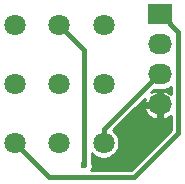
<source format=gbl>
G04 #@! TF.FileFunction,Copper,L2,Bot,Signal*
%FSLAX46Y46*%
G04 Gerber Fmt 4.6, Leading zero omitted, Abs format (unit mm)*
G04 Created by KiCad (PCBNEW 4.0.4-1.fc24-product) date Thu Jun 14 15:20:10 2018*
%MOMM*%
%LPD*%
G01*
G04 APERTURE LIST*
%ADD10C,0.100000*%
%ADD11R,2.032000X1.727200*%
%ADD12O,2.032000X1.727200*%
%ADD13C,1.800000*%
%ADD14C,0.600000*%
%ADD15C,0.400000*%
%ADD16C,0.250000*%
G04 APERTURE END LIST*
D10*
D11*
X144500000Y-83600000D03*
D12*
X144500000Y-86140000D03*
X144500000Y-88680000D03*
X144500000Y-91220000D03*
D13*
X139750000Y-84500000D03*
X136000000Y-84500000D03*
X132250000Y-84500000D03*
X139750000Y-89500000D03*
X136000000Y-89500000D03*
X132250000Y-89500000D03*
X132250000Y-94500000D03*
X136000000Y-94500000D03*
X139750000Y-94500000D03*
D14*
X138100000Y-96400000D03*
D15*
X144500000Y-83670000D02*
X144652400Y-83670000D01*
X144652400Y-83670000D02*
X146050000Y-85067600D01*
X135150000Y-97400000D02*
X133149999Y-95399999D01*
X146050000Y-85067600D02*
X146050000Y-93650000D01*
X146050000Y-93650000D02*
X142300000Y-97400000D01*
X142300000Y-97400000D02*
X135150000Y-97400000D01*
X133149999Y-95399999D02*
X132250000Y-94500000D01*
X139750000Y-93347600D02*
X144347600Y-88750000D01*
X144347600Y-88750000D02*
X144500000Y-88750000D01*
X139750000Y-94500000D02*
X139750000Y-93347600D01*
X138100000Y-86600000D02*
X138100000Y-96400000D01*
X138100000Y-86600000D02*
X136000000Y-84500000D01*
D16*
G36*
X145425000Y-90331204D02*
X145318002Y-90247090D01*
X145101751Y-90137277D01*
X144868232Y-90071762D01*
X144675000Y-90146747D01*
X144675000Y-91115000D01*
X144695000Y-91115000D01*
X144695000Y-91465000D01*
X144675000Y-91465000D01*
X144675000Y-92433253D01*
X144868232Y-92508238D01*
X145101751Y-92442723D01*
X145318002Y-92332910D01*
X145425000Y-92248796D01*
X145425000Y-93391116D01*
X142041116Y-96775000D01*
X138722740Y-96775000D01*
X138733434Y-96759841D01*
X138791264Y-96629953D01*
X138822763Y-96491306D01*
X138825031Y-96328910D01*
X138797415Y-96189438D01*
X138743234Y-96057986D01*
X138725000Y-96030542D01*
X138725000Y-95346075D01*
X138887086Y-95513920D01*
X139100458Y-95662218D01*
X139338571Y-95766247D01*
X139592356Y-95822045D01*
X139852145Y-95827487D01*
X140108043Y-95782365D01*
X140350303Y-95688399D01*
X140569698Y-95549166D01*
X140757872Y-95369971D01*
X140907655Y-95157640D01*
X141013344Y-94920259D01*
X141070912Y-94666870D01*
X141075057Y-94370077D01*
X141024586Y-94115180D01*
X140925566Y-93874940D01*
X140781770Y-93658509D01*
X140598673Y-93474130D01*
X140544138Y-93437346D01*
X142326823Y-91654661D01*
X143163897Y-91654661D01*
X143214763Y-91787359D01*
X143333560Y-91998808D01*
X143491326Y-92183018D01*
X143681998Y-92332910D01*
X143898249Y-92442723D01*
X144131768Y-92508238D01*
X144325000Y-92433253D01*
X144325000Y-91465000D01*
X143216204Y-91465000D01*
X143163897Y-91654661D01*
X142326823Y-91654661D01*
X143247997Y-90733487D01*
X143214763Y-90792641D01*
X143163897Y-90925339D01*
X143216204Y-91115000D01*
X144325000Y-91115000D01*
X144325000Y-90146747D01*
X144131768Y-90071762D01*
X143898249Y-90137277D01*
X143788451Y-90193033D01*
X143995528Y-89985956D01*
X144072713Y-90010441D01*
X144322636Y-90038474D01*
X144340628Y-90038600D01*
X144659372Y-90038600D01*
X144909662Y-90014059D01*
X145150419Y-89941370D01*
X145372472Y-89823302D01*
X145425000Y-89780461D01*
X145425000Y-90331204D01*
X145425000Y-90331204D01*
G37*
X145425000Y-90331204D02*
X145318002Y-90247090D01*
X145101751Y-90137277D01*
X144868232Y-90071762D01*
X144675000Y-90146747D01*
X144675000Y-91115000D01*
X144695000Y-91115000D01*
X144695000Y-91465000D01*
X144675000Y-91465000D01*
X144675000Y-92433253D01*
X144868232Y-92508238D01*
X145101751Y-92442723D01*
X145318002Y-92332910D01*
X145425000Y-92248796D01*
X145425000Y-93391116D01*
X142041116Y-96775000D01*
X138722740Y-96775000D01*
X138733434Y-96759841D01*
X138791264Y-96629953D01*
X138822763Y-96491306D01*
X138825031Y-96328910D01*
X138797415Y-96189438D01*
X138743234Y-96057986D01*
X138725000Y-96030542D01*
X138725000Y-95346075D01*
X138887086Y-95513920D01*
X139100458Y-95662218D01*
X139338571Y-95766247D01*
X139592356Y-95822045D01*
X139852145Y-95827487D01*
X140108043Y-95782365D01*
X140350303Y-95688399D01*
X140569698Y-95549166D01*
X140757872Y-95369971D01*
X140907655Y-95157640D01*
X141013344Y-94920259D01*
X141070912Y-94666870D01*
X141075057Y-94370077D01*
X141024586Y-94115180D01*
X140925566Y-93874940D01*
X140781770Y-93658509D01*
X140598673Y-93474130D01*
X140544138Y-93437346D01*
X142326823Y-91654661D01*
X143163897Y-91654661D01*
X143214763Y-91787359D01*
X143333560Y-91998808D01*
X143491326Y-92183018D01*
X143681998Y-92332910D01*
X143898249Y-92442723D01*
X144131768Y-92508238D01*
X144325000Y-92433253D01*
X144325000Y-91465000D01*
X143216204Y-91465000D01*
X143163897Y-91654661D01*
X142326823Y-91654661D01*
X143247997Y-90733487D01*
X143214763Y-90792641D01*
X143163897Y-90925339D01*
X143216204Y-91115000D01*
X144325000Y-91115000D01*
X144325000Y-90146747D01*
X144131768Y-90071762D01*
X143898249Y-90137277D01*
X143788451Y-90193033D01*
X143995528Y-89985956D01*
X144072713Y-90010441D01*
X144322636Y-90038474D01*
X144340628Y-90038600D01*
X144659372Y-90038600D01*
X144909662Y-90014059D01*
X145150419Y-89941370D01*
X145372472Y-89823302D01*
X145425000Y-89780461D01*
X145425000Y-90331204D01*
M02*

</source>
